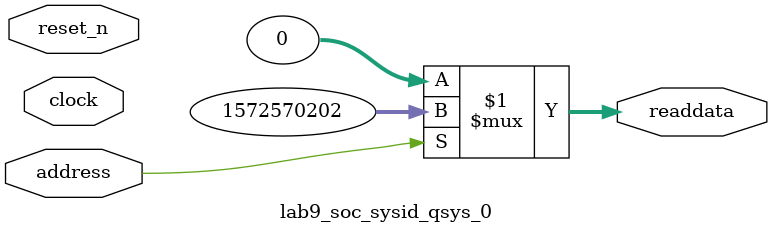
<source format=v>



// synthesis translate_off
`timescale 1ns / 1ps
// synthesis translate_on

// turn off superfluous verilog processor warnings 
// altera message_level Level1 
// altera message_off 10034 10035 10036 10037 10230 10240 10030 

module lab9_soc_sysid_qsys_0 (
               // inputs:
                address,
                clock,
                reset_n,

               // outputs:
                readdata
             )
;

  output  [ 31: 0] readdata;
  input            address;
  input            clock;
  input            reset_n;

  wire    [ 31: 0] readdata;
  //control_slave, which is an e_avalon_slave
  assign readdata = address ? 1572570202 : 0;

endmodule



</source>
